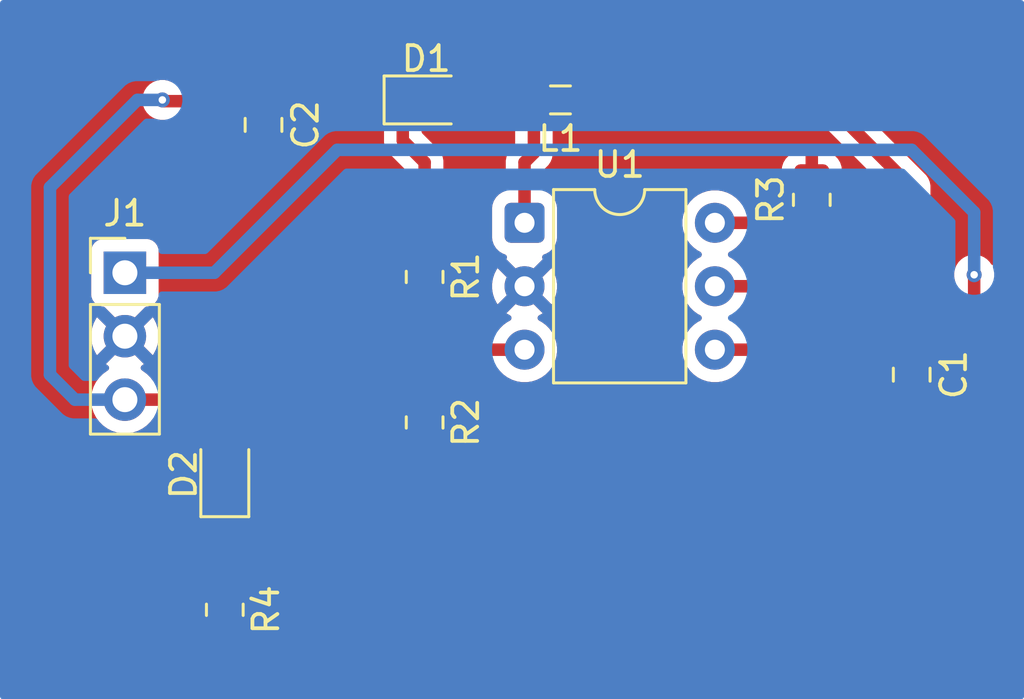
<source format=kicad_pcb>
(kicad_pcb (version 20241229) (generator "pcbnew") (generator_version "9.0")
  (layers (0 "F.Cu" signal) (2 "B.Cu" signal) (13 "F.Paste" user) (15 "B.Paste" user) (5 "F.SilkS" user "F.Silkscreen") (7 "B.SilkS" user "B.Silkscreen") (1 "F.Mask" user) (3 "B.Mask" user) (25 "Edge.Cuts" user))
  (net 0 "")
  (net 1 "VCC")
  (net 2 "GND")
  (net 3 "+5V")
  (net 4 "Net-(D1-A)")
  (net 5 "Net-(D2-K)")
  (net 6 "Net-(U1-FB)")
  (net 7 "Net-(U1-OC)")
  (footprint "Resistor_SMD:R_0805_2012Metric" (layer "F.Cu") (at 132 100.5 90)
    (property "Reference" "R3" (at 0 -1.65 90) (layer "F.SilkS"))
    (property "Value" "20k")
    (fp_line (start -0.227064 -0.735) (end 0.227064 -0.735) (stroke (width 0.12)) (layer "F.SilkS"))
    (fp_line (start -0.227064 0.735) (end 0.227064 0.735) (stroke (width 0.12)) (layer "F.SilkS"))
    (pad "1" smd roundrect (at -0.9125 0 90) (size 1.025 1.4) (layers "F.Cu" "F.Mask" "F.Paste") (roundrect_rratio 0.243902) (net 7 "Net-(U1-OC)"))
    (pad "2" smd roundrect (at 0.9125 0 90) (size 1.025 1.4) (layers "F.Cu" "F.Mask" "F.Paste") (roundrect_rratio 0.243902) (net 2 "GND"))
  )
  (footprint "Capacitor_SMD:C_0805_2012Metric" (layer "F.Cu") (at 136 107.5 -90)
    (property "Reference" "C1" (at 0 -1.68 90) (layer "F.SilkS"))
    (property "Value" "22uF")
    (fp_line (start -0.261252 0.735) (end 0.261252 0.735) (stroke (width 0.12)) (layer "F.SilkS"))
    (fp_line (start -0.261252 -0.735) (end 0.261252 -0.735) (stroke (width 0.12)) (layer "F.SilkS"))
    (pad "1" smd roundrect (at -0.95 0 270) (size 1 1.45) (layers "F.Cu" "F.Mask" "F.Paste") (net 1 "VCC"))
    (pad "2" smd roundrect (at 0.95 0 270) (size 1 1.45) (layers "F.Cu" "F.Mask" "F.Paste") (net 2 "GND"))
  )
  (footprint "Capacitor_SMD:C_0805_2012Metric" (layer "F.Cu") (at 110.05 97.5 -90)
    (property "Reference" "C2" (at 0 -1.68 90) (layer "F.SilkS"))
    (property "Value" "22uF")
    (fp_line (start -0.261252 0.735) (end 0.261252 0.735) (stroke (width 0.12)) (layer "F.SilkS"))
    (fp_line (start -0.261252 -0.735) (end 0.261252 -0.735) (stroke (width 0.12)) (layer "F.SilkS"))
    (pad "1" smd roundrect (at -0.95 0 270) (size 1 1.45) (layers "F.Cu" "F.Mask" "F.Paste") (net 3 "+5V"))
    (pad "2" smd roundrect (at 0.95 0 270) (size 1 1.45) (layers "F.Cu" "F.Mask" "F.Paste") (net 2 "GND"))
  )
  (footprint "LED_SMD:LED_0805_2012Metric" (layer "F.Cu") (at 108.5 111.5 90)
    (property "Reference" "D2" (at 0 -1.65 90) (layer "F.SilkS"))
    (property "Value" "Red LED")
    (fp_line (start 1 -0.96) (end -1.685 -0.96) (stroke (width 0.12)) (layer "F.SilkS"))
    (fp_line (start -1.685 -0.96) (end -1.685 0.96) (stroke (width 0.12)) (layer "F.SilkS"))
    (fp_line (start -1.685 0.96) (end 1 0.96) (stroke (width 0.12)) (layer "F.SilkS"))
    (pad "1" smd roundrect (at -0.9375 0 90) (size 0.975 1.4) (layers "F.Cu" "F.Mask" "F.Paste") (net 5 "Net-(D2-K)"))
    (pad "2" smd roundrect (at 0.9375 0 90) (size 0.975 1.4) (layers "F.Cu" "F.Mask" "F.Paste") (net 3 "+5V"))
  )
  (footprint "Resistor_SMD:R_0805_2012Metric" (layer "F.Cu") (at 116.5 103.5875 -90)
    (property "Reference" "R1" (at 0 -1.65 90) (layer "F.SilkS"))
    (property "Value" "110k")
    (fp_line (start -0.227064 0.735) (end 0.227064 0.735) (stroke (width 0.12)) (layer "F.SilkS"))
    (fp_line (start -0.227064 -0.735) (end 0.227064 -0.735) (stroke (width 0.12)) (layer "F.SilkS"))
    (pad "1" smd roundrect (at -0.9125 0 270) (size 1.025 1.4) (layers "F.Cu" "F.Mask" "F.Paste") (roundrect_rratio 0.243902) (net 3 "+5V"))
    (pad "2" smd roundrect (at 0.9125 0 270) (size 1.025 1.4) (layers "F.Cu" "F.Mask" "F.Paste") (roundrect_rratio 0.243902) (net 6 "Net-(U1-FB)"))
  )
  (footprint "Inductor_SMD:L_0805_2012Metric" (layer "F.Cu") (at 121.9375 96.5 180)
    (property "Reference" "L1" (at 0 -1.55 0) (layer "F.SilkS"))
    (property "Value" "4.7uH")
    (fp_line (start -0.399622 0.56) (end 0.399622 0.56) (stroke (width 0.12)) (layer "F.SilkS"))
    (fp_line (start -0.399622 -0.56) (end 0.399622 -0.56) (stroke (width 0.12)) (layer "F.SilkS"))
    (pad "1" smd roundrect (at -1.0625 0 180) (size 0.875 1.2) (layers "F.Cu" "F.Mask" "F.Paste") (net 1 "VCC"))
    (pad "2" smd roundrect (at 1.0625 0 180) (size 0.875 1.2) (layers "F.Cu" "F.Mask" "F.Paste") (net 4 "Net-(D1-A)"))
  )
  (footprint "Resistor_SMD:R_0805_2012Metric" (layer "F.Cu") (at 108.5 116.9125 -90)
    (property "Reference" "R4" (at 0 -1.65 90) (layer "F.SilkS"))
    (property "Value" "1k")
    (fp_line (start -0.227064 0.735) (end 0.227064 0.735) (stroke (width 0.12)) (layer "F.SilkS"))
    (fp_line (start -0.227064 -0.735) (end 0.227064 -0.735) (stroke (width 0.12)) (layer "F.SilkS"))
    (pad "1" smd roundrect (at -0.9125 0 270) (size 1.025 1.4) (layers "F.Cu" "F.Mask" "F.Paste") (roundrect_rratio 0.243902) (net 5 "Net-(D2-K)"))
    (pad "2" smd roundrect (at 0.9125 0 270) (size 1.025 1.4) (layers "F.Cu" "F.Mask" "F.Paste") (roundrect_rratio 0.243902) (net 2 "GND"))
  )
  (footprint "Package_DIP:DIP-6_W7.62mm" (layer "F.Cu") (at 120.5 101.42)
    (property "Reference" "U1" (at 3.81 -2.33 0) (layer "F.SilkS"))
    (property "Value" "~" (hide yes))
    (fp_line (start 1.16 -1.33) (end 1.16 6.41) (stroke (width 0.12)) (layer "F.SilkS"))
    (fp_line (start 1.16 6.41) (end 6.46 6.41) (stroke (width 0.12)) (layer "F.SilkS"))
    (fp_line (start 2.81 -1.33) (end 1.16 -1.33) (stroke (width 0.12)) (layer "F.SilkS"))
    (fp_line (start 6.46 -1.33) (end 4.81 -1.33) (stroke (width 0.12)) (layer "F.SilkS"))
    (fp_line (start 6.46 6.41) (end 6.46 -1.33) (stroke (width 0.12)) (layer "F.SilkS"))
    (fp_arc (start 4.81 -1.33) (mid 3.81 -0.33) (end 2.81 -1.33) (stroke (width 0.12)) (layer "F.SilkS"))
    (pad "1" thru_hole roundrect (at 0 0) (size 1.6 1.6) (drill 0.8) (layers "*.Cu" "*.Mask") (roundrect_rratio 0.15625) (net 4 "Net-(D1-A)"))
    (pad "2" thru_hole circle (at 0 2.54) (size 1.6 1.6) (drill 0.8) (layers "*.Cu" "*.Mask") (net 2 "GND"))
    (pad "3" thru_hole circle (at 0 5.08) (size 1.6 1.6) (drill 0.8) (layers "*.Cu" "*.Mask") (net 6 "Net-(U1-FB)"))
    (pad "4" thru_hole circle (at 7.62 5.08) (size 1.6 1.6) (drill 0.8) (layers "*.Cu" "*.Mask") (net 1 "VCC"))
    (pad "5" thru_hole circle (at 7.62 2.54) (size 1.6 1.6) (drill 0.8) (layers "*.Cu" "*.Mask") (net 1 "VCC"))
    (pad "6" thru_hole circle (at 7.62 0) (size 1.6 1.6) (drill 0.8) (layers "*.Cu" "*.Mask") (net 7 "Net-(U1-OC)"))
  )
  (footprint "Resistor_SMD:R_0805_2012Metric" (layer "F.Cu") (at 116.5 109.4125 -90)
    (property "Reference" "R2" (at 0 -1.65 90) (layer "F.SilkS"))
    (property "Value" "15k")
    (fp_line (start -0.227064 0.735) (end 0.227064 0.735) (stroke (width 0.12)) (layer "F.SilkS"))
    (fp_line (start -0.227064 -0.735) (end 0.227064 -0.735) (stroke (width 0.12)) (layer "F.SilkS"))
    (pad "1" smd roundrect (at -0.9125 0 270) (size 1.025 1.4) (layers "F.Cu" "F.Mask" "F.Paste") (roundrect_rratio 0.243902) (net 6 "Net-(U1-FB)"))
    (pad "2" smd roundrect (at 0.9125 0 270) (size 1.025 1.4) (layers "F.Cu" "F.Mask" "F.Paste") (roundrect_rratio 0.243902) (net 2 "GND"))
  )
  (footprint "Connector_PinHeader_2.54mm:PinHeader_1x03_P2.54mm_Vertical" (layer "F.Cu") (at 104.5 103.42)
    (property "Reference" "J1" (at 0 -2.38 0) (layer "F.SilkS"))
    (property "Value" "Conn_01x03_Pin" (hide yes))
    (fp_line (start -1.38 -1.38) (end 0 -1.38) (stroke (width 0.12)) (layer "F.SilkS"))
    (fp_line (start -1.38 0) (end -1.38 -1.38) (stroke (width 0.12)) (layer "F.SilkS"))
    (fp_line (start -1.38 1.27) (end -1.38 6.46) (stroke (width 0.12)) (layer "F.SilkS"))
    (fp_line (start -1.38 1.27) (end 1.38 1.27) (stroke (width 0.12)) (layer "F.SilkS"))
    (fp_line (start -1.38 6.46) (end 1.38 6.46) (stroke (width 0.12)) (layer "F.SilkS"))
    (fp_line (start 1.38 1.27) (end 1.38 6.46) (stroke (width 0.12)) (layer "F.SilkS"))
    (pad "1" thru_hole rect (at 0 0) (size 1.7 1.7) (drill 1) (layers "*.Cu" "*.Mask") (net 1 "VCC"))
    (pad "2" thru_hole circle (at 0 2.54) (size 1.7 1.7) (drill 1) (layers "*.Cu" "*.Mask") (net 2 "GND"))
    (pad "3" thru_hole circle (at 0 5.08) (size 1.7 1.7) (drill 1) (layers "*.Cu" "*.Mask") (net 3 "+5V"))
  )
  (footprint "Diode_SMD:D_0805_2012Metric" (layer "F.Cu") (at 116.5625 96.5)
    (property "Reference" "D1" (at 0 -1.65 0) (layer "F.SilkS"))
    (property "Value" "D_Schottky")
    (fp_line (start -1.685 -0.96) (end -1.685 0.96) (stroke (width 0.12)) (layer "F.SilkS"))
    (fp_line (start -1.685 0.96) (end 1 0.96) (stroke (width 0.12)) (layer "F.SilkS"))
    (fp_line (start 1 -0.96) (end -1.685 -0.96) (stroke (width 0.12)) (layer "F.SilkS"))
    (pad "1" smd roundrect (at -0.9375 0) (size 0.975 1.4) (layers "F.Cu" "F.Mask" "F.Paste") (net 3 "+5V"))
    (pad "2" smd roundrect (at 0.9375 0) (size 0.975 1.4) (layers "F.Cu" "F.Mask" "F.Paste") (net 4 "Net-(D1-A)"))
  )
  (gr_rect (start 100 93) (end 140 120) (stroke (width 0.2)) (fill no) (layer "F.Cu"))
  (segment (start 132.5 96.5) (end 136 100) (width 0.5) (layer "F.Cu") (net 1))
  (segment (start 123 96.5) (end 132.5 96.5) (width 0.5) (layer "F.Cu") (net 1))
  (segment (start 128.05 106.55) (end 128 106.5) (width 0.2) (layer "F.Cu") (net 1))
  (segment (start 135.95 106.5) (end 136 106.55) (width 0.5) (layer "F.Cu") (net 1))
  (segment (start 128.12 103.96) (end 130.96 103.96) (width 0.5) (layer "F.Cu") (net 1))
  (segment (start 130.96 103.96) (end 133.5 106.5) (width 0.5) (layer "F.Cu") (net 1))
  (segment (start 136 106.55) (end 136.95 106.55) (width 0.5) (layer "F.Cu") (net 1))
  (segment (start 136 100) (end 136 106.55) (width 0.5) (layer "F.Cu") (net 1))
  (segment (start 136.95 106.55) (end 138.5 105) (width 0.5) (layer "F.Cu") (net 1))
  (segment (start 133.5 106.5) (end 135.95 106.5) (width 0.5) (layer "F.Cu") (net 1))
  (segment (start 128.12 106.5) (end 133.5 106.5) (width 0.5) (layer "F.Cu") (net 1))
  (segment (start 138.5 105) (end 138.5 103.5) (width 0.5) (layer "F.Cu") (net 1))
  (via (at 138.5 103.5) (size 0.6) (drill 0.3) (layers "F.Cu" "B.Cu") (net 1))
  (segment (start 108.08 103.42) (end 113 98.5) (width 0.5) (layer "B.Cu") (net 1))
  (segment (start 113 98.5) (end 136 98.5) (width 0.5) (layer "B.Cu") (net 1))
  (segment (start 138.5 101) (end 138.5 103.5) (width 0.5) (layer "B.Cu") (net 1))
  (segment (start 136 98.5) (end 138.5 101) (width 0.5) (layer "B.Cu") (net 1))
  (segment (start 104.5 103.42) (end 108.08 103.42) (width 0.5) (layer "B.Cu") (net 1))
  (segment (start 110.05 96.55) (end 115.575 96.55) (width 0.5) (layer "F.Cu") (net 3))
  (segment (start 115.575 96.55) (end 115.625 96.5) (width 0.5) (layer "F.Cu") (net 3))
  (segment (start 108.5 110.5625) (end 108.5 109.5) (width 0.5) (layer "F.Cu") (net 3))
  (segment (start 115.625 96.5) (end 115.625 98.125) (width 0.5) (layer "F.Cu") (net 3))
  (segment (start 110.05 96.55) (end 106.05 96.55) (width 0.5) (layer "F.Cu") (net 3))
  (segment (start 115.625 98.125) (end 116.5 99) (width 0.5) (layer "F.Cu") (net 3))
  (segment (start 108.5 109.5) (end 107.5 108.5) (width 0.5) (layer "F.Cu") (net 3))
  (segment (start 106.05 96.55) (end 106 96.5) (width 0.5) (layer "F.Cu") (net 3))
  (segment (start 116.5 99) (end 116.5 102.675) (width 0.5) (layer "F.Cu") (net 3))
  (segment (start 107.5 108.5) (end 104.5 108.5) (width 0.5) (layer "F.Cu") (net 3))
  (via (at 106 96.5) (size 0.6) (drill 0.3) (layers "F.Cu" "B.Cu") (net 3))
  (segment (start 101.5 100) (end 105 96.5) (width 0.5) (layer "B.Cu") (net 3))
  (segment (start 104.5 108.5) (end 102.5 108.5) (width 0.5) (layer "B.Cu") (net 3))
  (segment (start 101.5 107.5) (end 101.5 100) (width 0.5) (layer "B.Cu") (net 3))
  (segment (start 102.5 108.5) (end 101.5 107.5) (width 0.5) (layer "B.Cu") (net 3))
  (segment (start 105 96.5) (end 106 96.5) (width 0.5) (layer "B.Cu") (net 3))
  (segment (start 120.5 101.42) (end 120.5 99) (width 0.5) (layer "F.Cu") (net 4))
  (segment (start 117.5 96.5) (end 120.875 96.5) (width 0.5) (layer "F.Cu") (net 4))
  (segment (start 120.875 98.625) (end 120.5 99) (width 0.5) (layer "F.Cu") (net 4))
  (segment (start 120.875 96.5) (end 120.875 98.625) (width 0.5) (layer "F.Cu") (net 4))
  (segment (start 108.5 112.4375) (end 108.5 116) (width 0.5) (layer "F.Cu") (net 5))
  (segment (start 116.5 106.5) (end 118.5 106.5) (width 0.5) (layer "F.Cu") (net 6))
  (segment (start 116.5 106.5) (end 116.5 104.5) (width 0.5) (layer "F.Cu") (net 6))
  (segment (start 116.5 108.5) (end 116.5 106.5) (width 0.5) (layer "F.Cu") (net 6))
  (segment (start 118.5 106.5) (end 120.38 106.5) (width 0.5) (layer "F.Cu") (net 6))
  (segment (start 131.9925 101.42) (end 132 101.4125) (width 0.5) (layer "F.Cu") (net 7))
  (segment (start 128.12 101.42) (end 131.9925 101.42) (width 0.5) (layer "F.Cu") (net 7))
  (zone (net 2) (net_name "GND") (layer "F.Cu") (connect_pads (clearance 0.5)) (min_thickness 0.25) (fill yes (thermal_gap 0.5) (thermal_bridge_width 0.5))
    (polygon (pts (xy 100 93) (xy 100 120) (xy 140 120) (xy 140 93)))
  )
  (zone (net 2) (net_name "GND") (layer "B.Cu") (priority 1) (connect_pads (clearance 0.5)) (min_thickness 0.25) (fill yes (thermal_gap 0.5) (thermal_bridge_width 0.5))
    (polygon (pts (xy 99.5 92.5) (xy 99.5 120.5) (xy 140.5 120.5) (xy 140.5 92.5)))
  )
)
</source>
